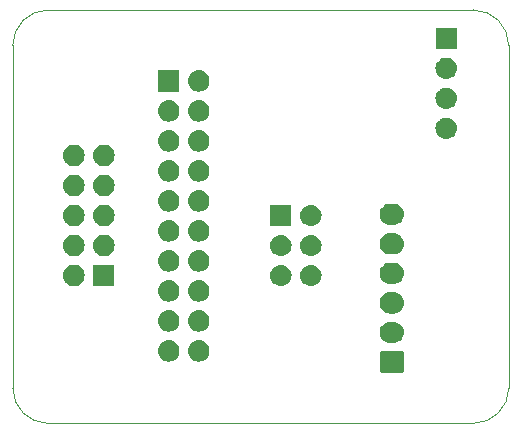
<source format=gbr>
G04 #@! TF.GenerationSoftware,KiCad,Pcbnew,5.1.4+dfsg1-1*
G04 #@! TF.CreationDate,2020-04-28T14:33:28+04:00*
G04 #@! TF.ProjectId,RailLink_Adapter,5261696c-4c69-46e6-9b5f-416461707465,rev?*
G04 #@! TF.SameCoordinates,Original*
G04 #@! TF.FileFunction,Soldermask,Bot*
G04 #@! TF.FilePolarity,Negative*
%FSLAX46Y46*%
G04 Gerber Fmt 4.6, Leading zero omitted, Abs format (unit mm)*
G04 Created by KiCad (PCBNEW 5.1.4+dfsg1-1) date 2020-04-28 14:33:28*
%MOMM*%
%LPD*%
G04 APERTURE LIST*
%ADD10C,0.050000*%
%ADD11C,0.100000*%
G04 APERTURE END LIST*
D10*
X110000000Y-58000000D02*
G75*
G02X113000000Y-55000000I3000000J0D01*
G01*
X113000000Y-90000000D02*
G75*
G02X110000000Y-87000000I0J3000000D01*
G01*
X152000000Y-87000000D02*
G75*
G02X149000000Y-90000000I-3000000J0D01*
G01*
X149000000Y-55000000D02*
G75*
G02X152000000Y-58000000I0J-3000000D01*
G01*
X110000000Y-87000000D02*
X110000000Y-58000000D01*
X149000000Y-90000000D02*
X113000000Y-90000000D01*
X152000000Y-58000000D02*
X152000000Y-87000000D01*
X113000000Y-55000000D02*
X149000000Y-55000000D01*
D11*
G36*
X142983600Y-83902989D02*
G01*
X143016652Y-83913015D01*
X143047103Y-83929292D01*
X143073799Y-83951201D01*
X143095708Y-83977897D01*
X143111985Y-84008348D01*
X143122011Y-84041400D01*
X143126000Y-84081903D01*
X143126000Y-85518097D01*
X143122011Y-85558600D01*
X143111985Y-85591652D01*
X143095708Y-85622103D01*
X143073799Y-85648799D01*
X143047103Y-85670708D01*
X143016652Y-85686985D01*
X142983600Y-85697011D01*
X142943097Y-85701000D01*
X141256903Y-85701000D01*
X141216400Y-85697011D01*
X141183348Y-85686985D01*
X141152897Y-85670708D01*
X141126201Y-85648799D01*
X141104292Y-85622103D01*
X141088015Y-85591652D01*
X141077989Y-85558600D01*
X141074000Y-85518097D01*
X141074000Y-84081903D01*
X141077989Y-84041400D01*
X141088015Y-84008348D01*
X141104292Y-83977897D01*
X141126201Y-83951201D01*
X141152897Y-83929292D01*
X141183348Y-83913015D01*
X141216400Y-83902989D01*
X141256903Y-83899000D01*
X142943097Y-83899000D01*
X142983600Y-83902989D01*
X142983600Y-83902989D01*
G37*
G36*
X125919294Y-82958633D02*
G01*
X126091695Y-83010931D01*
X126250583Y-83095858D01*
X126389849Y-83210151D01*
X126504142Y-83349417D01*
X126589069Y-83508305D01*
X126641367Y-83680706D01*
X126659025Y-83860000D01*
X126641367Y-84039294D01*
X126589069Y-84211695D01*
X126504142Y-84370583D01*
X126389849Y-84509849D01*
X126250583Y-84624142D01*
X126091695Y-84709069D01*
X125919294Y-84761367D01*
X125784931Y-84774600D01*
X125695069Y-84774600D01*
X125560706Y-84761367D01*
X125388305Y-84709069D01*
X125229417Y-84624142D01*
X125090151Y-84509849D01*
X124975858Y-84370583D01*
X124890931Y-84211695D01*
X124838633Y-84039294D01*
X124820975Y-83860000D01*
X124838633Y-83680706D01*
X124890931Y-83508305D01*
X124975858Y-83349417D01*
X125090151Y-83210151D01*
X125229417Y-83095858D01*
X125388305Y-83010931D01*
X125560706Y-82958633D01*
X125695069Y-82945400D01*
X125784931Y-82945400D01*
X125919294Y-82958633D01*
X125919294Y-82958633D01*
G37*
G36*
X123379294Y-82958633D02*
G01*
X123551695Y-83010931D01*
X123710583Y-83095858D01*
X123849849Y-83210151D01*
X123964142Y-83349417D01*
X124049069Y-83508305D01*
X124101367Y-83680706D01*
X124119025Y-83860000D01*
X124101367Y-84039294D01*
X124049069Y-84211695D01*
X123964142Y-84370583D01*
X123849849Y-84509849D01*
X123710583Y-84624142D01*
X123551695Y-84709069D01*
X123379294Y-84761367D01*
X123244931Y-84774600D01*
X123155069Y-84774600D01*
X123020706Y-84761367D01*
X122848305Y-84709069D01*
X122689417Y-84624142D01*
X122550151Y-84509849D01*
X122435858Y-84370583D01*
X122350931Y-84211695D01*
X122298633Y-84039294D01*
X122280975Y-83860000D01*
X122298633Y-83680706D01*
X122350931Y-83508305D01*
X122435858Y-83349417D01*
X122550151Y-83210151D01*
X122689417Y-83095858D01*
X122848305Y-83010931D01*
X123020706Y-82958633D01*
X123155069Y-82945400D01*
X123244931Y-82945400D01*
X123379294Y-82958633D01*
X123379294Y-82958633D01*
G37*
G36*
X142335443Y-81405519D02*
G01*
X142401627Y-81412037D01*
X142571466Y-81463557D01*
X142727991Y-81547222D01*
X142763729Y-81576552D01*
X142865186Y-81659814D01*
X142948448Y-81761271D01*
X142977778Y-81797009D01*
X143061443Y-81953534D01*
X143112963Y-82123373D01*
X143130359Y-82300000D01*
X143112963Y-82476627D01*
X143061443Y-82646466D01*
X142977778Y-82802991D01*
X142948448Y-82838729D01*
X142865186Y-82940186D01*
X142778980Y-83010932D01*
X142727991Y-83052778D01*
X142571466Y-83136443D01*
X142401627Y-83187963D01*
X142335442Y-83194482D01*
X142269260Y-83201000D01*
X141930740Y-83201000D01*
X141864558Y-83194482D01*
X141798373Y-83187963D01*
X141628534Y-83136443D01*
X141472009Y-83052778D01*
X141421020Y-83010932D01*
X141334814Y-82940186D01*
X141251552Y-82838729D01*
X141222222Y-82802991D01*
X141138557Y-82646466D01*
X141087037Y-82476627D01*
X141069641Y-82300000D01*
X141087037Y-82123373D01*
X141138557Y-81953534D01*
X141222222Y-81797009D01*
X141251552Y-81761271D01*
X141334814Y-81659814D01*
X141436271Y-81576552D01*
X141472009Y-81547222D01*
X141628534Y-81463557D01*
X141798373Y-81412037D01*
X141864557Y-81405519D01*
X141930740Y-81399000D01*
X142269260Y-81399000D01*
X142335443Y-81405519D01*
X142335443Y-81405519D01*
G37*
G36*
X125919294Y-80418633D02*
G01*
X126091695Y-80470931D01*
X126250583Y-80555858D01*
X126389849Y-80670151D01*
X126504142Y-80809417D01*
X126589069Y-80968305D01*
X126641367Y-81140706D01*
X126659025Y-81320000D01*
X126641367Y-81499294D01*
X126589069Y-81671695D01*
X126504142Y-81830583D01*
X126389849Y-81969849D01*
X126250583Y-82084142D01*
X126091695Y-82169069D01*
X125919294Y-82221367D01*
X125784931Y-82234600D01*
X125695069Y-82234600D01*
X125560706Y-82221367D01*
X125388305Y-82169069D01*
X125229417Y-82084142D01*
X125090151Y-81969849D01*
X124975858Y-81830583D01*
X124890931Y-81671695D01*
X124838633Y-81499294D01*
X124820975Y-81320000D01*
X124838633Y-81140706D01*
X124890931Y-80968305D01*
X124975858Y-80809417D01*
X125090151Y-80670151D01*
X125229417Y-80555858D01*
X125388305Y-80470931D01*
X125560706Y-80418633D01*
X125695069Y-80405400D01*
X125784931Y-80405400D01*
X125919294Y-80418633D01*
X125919294Y-80418633D01*
G37*
G36*
X123379294Y-80418633D02*
G01*
X123551695Y-80470931D01*
X123710583Y-80555858D01*
X123849849Y-80670151D01*
X123964142Y-80809417D01*
X124049069Y-80968305D01*
X124101367Y-81140706D01*
X124119025Y-81320000D01*
X124101367Y-81499294D01*
X124049069Y-81671695D01*
X123964142Y-81830583D01*
X123849849Y-81969849D01*
X123710583Y-82084142D01*
X123551695Y-82169069D01*
X123379294Y-82221367D01*
X123244931Y-82234600D01*
X123155069Y-82234600D01*
X123020706Y-82221367D01*
X122848305Y-82169069D01*
X122689417Y-82084142D01*
X122550151Y-81969849D01*
X122435858Y-81830583D01*
X122350931Y-81671695D01*
X122298633Y-81499294D01*
X122280975Y-81320000D01*
X122298633Y-81140706D01*
X122350931Y-80968305D01*
X122435858Y-80809417D01*
X122550151Y-80670151D01*
X122689417Y-80555858D01*
X122848305Y-80470931D01*
X123020706Y-80418633D01*
X123155069Y-80405400D01*
X123244931Y-80405400D01*
X123379294Y-80418633D01*
X123379294Y-80418633D01*
G37*
G36*
X142335443Y-78905519D02*
G01*
X142401627Y-78912037D01*
X142571466Y-78963557D01*
X142727991Y-79047222D01*
X142763729Y-79076552D01*
X142865186Y-79159814D01*
X142948448Y-79261271D01*
X142977778Y-79297009D01*
X143061443Y-79453534D01*
X143112963Y-79623373D01*
X143130359Y-79800000D01*
X143112963Y-79976627D01*
X143061443Y-80146466D01*
X142977778Y-80302991D01*
X142948448Y-80338729D01*
X142865186Y-80440186D01*
X142763729Y-80523448D01*
X142727991Y-80552778D01*
X142571466Y-80636443D01*
X142401627Y-80687963D01*
X142335443Y-80694481D01*
X142269260Y-80701000D01*
X141930740Y-80701000D01*
X141864557Y-80694481D01*
X141798373Y-80687963D01*
X141628534Y-80636443D01*
X141472009Y-80552778D01*
X141436271Y-80523448D01*
X141334814Y-80440186D01*
X141251552Y-80338729D01*
X141222222Y-80302991D01*
X141138557Y-80146466D01*
X141087037Y-79976627D01*
X141069641Y-79800000D01*
X141087037Y-79623373D01*
X141138557Y-79453534D01*
X141222222Y-79297009D01*
X141251552Y-79261271D01*
X141334814Y-79159814D01*
X141436271Y-79076552D01*
X141472009Y-79047222D01*
X141628534Y-78963557D01*
X141798373Y-78912037D01*
X141864557Y-78905519D01*
X141930740Y-78899000D01*
X142269260Y-78899000D01*
X142335443Y-78905519D01*
X142335443Y-78905519D01*
G37*
G36*
X125919294Y-77878633D02*
G01*
X126091695Y-77930931D01*
X126250583Y-78015858D01*
X126389849Y-78130151D01*
X126504142Y-78269417D01*
X126589069Y-78428305D01*
X126641367Y-78600706D01*
X126659025Y-78780000D01*
X126641367Y-78959294D01*
X126589069Y-79131695D01*
X126504142Y-79290583D01*
X126389849Y-79429849D01*
X126250583Y-79544142D01*
X126091695Y-79629069D01*
X125919294Y-79681367D01*
X125784931Y-79694600D01*
X125695069Y-79694600D01*
X125560706Y-79681367D01*
X125388305Y-79629069D01*
X125229417Y-79544142D01*
X125090151Y-79429849D01*
X124975858Y-79290583D01*
X124890931Y-79131695D01*
X124838633Y-78959294D01*
X124820975Y-78780000D01*
X124838633Y-78600706D01*
X124890931Y-78428305D01*
X124975858Y-78269417D01*
X125090151Y-78130151D01*
X125229417Y-78015858D01*
X125388305Y-77930931D01*
X125560706Y-77878633D01*
X125695069Y-77865400D01*
X125784931Y-77865400D01*
X125919294Y-77878633D01*
X125919294Y-77878633D01*
G37*
G36*
X123379294Y-77878633D02*
G01*
X123551695Y-77930931D01*
X123710583Y-78015858D01*
X123849849Y-78130151D01*
X123964142Y-78269417D01*
X124049069Y-78428305D01*
X124101367Y-78600706D01*
X124119025Y-78780000D01*
X124101367Y-78959294D01*
X124049069Y-79131695D01*
X123964142Y-79290583D01*
X123849849Y-79429849D01*
X123710583Y-79544142D01*
X123551695Y-79629069D01*
X123379294Y-79681367D01*
X123244931Y-79694600D01*
X123155069Y-79694600D01*
X123020706Y-79681367D01*
X122848305Y-79629069D01*
X122689417Y-79544142D01*
X122550151Y-79429849D01*
X122435858Y-79290583D01*
X122350931Y-79131695D01*
X122298633Y-78959294D01*
X122280975Y-78780000D01*
X122298633Y-78600706D01*
X122350931Y-78428305D01*
X122435858Y-78269417D01*
X122550151Y-78130151D01*
X122689417Y-78015858D01*
X122848305Y-77930931D01*
X123020706Y-77878633D01*
X123155069Y-77865400D01*
X123244931Y-77865400D01*
X123379294Y-77878633D01*
X123379294Y-77878633D01*
G37*
G36*
X115339294Y-76578633D02*
G01*
X115511695Y-76630931D01*
X115670583Y-76715858D01*
X115809849Y-76830151D01*
X115924142Y-76969417D01*
X116009069Y-77128305D01*
X116061367Y-77300706D01*
X116079025Y-77480000D01*
X116061367Y-77659294D01*
X116009069Y-77831695D01*
X115924142Y-77990583D01*
X115809849Y-78129849D01*
X115670583Y-78244142D01*
X115511695Y-78329069D01*
X115339294Y-78381367D01*
X115204931Y-78394600D01*
X115115069Y-78394600D01*
X114980706Y-78381367D01*
X114808305Y-78329069D01*
X114649417Y-78244142D01*
X114510151Y-78129849D01*
X114395858Y-77990583D01*
X114310931Y-77831695D01*
X114258633Y-77659294D01*
X114240975Y-77480000D01*
X114258633Y-77300706D01*
X114310931Y-77128305D01*
X114395858Y-76969417D01*
X114510151Y-76830151D01*
X114649417Y-76715858D01*
X114808305Y-76630931D01*
X114980706Y-76578633D01*
X115115069Y-76565400D01*
X115204931Y-76565400D01*
X115339294Y-76578633D01*
X115339294Y-76578633D01*
G37*
G36*
X118614600Y-78394600D02*
G01*
X116785400Y-78394600D01*
X116785400Y-76565400D01*
X118614600Y-76565400D01*
X118614600Y-78394600D01*
X118614600Y-78394600D01*
G37*
G36*
X135350443Y-76585519D02*
G01*
X135416627Y-76592037D01*
X135586466Y-76643557D01*
X135586468Y-76643558D01*
X135616882Y-76659815D01*
X135742991Y-76727222D01*
X135771456Y-76750583D01*
X135880186Y-76839814D01*
X135963448Y-76941271D01*
X135992778Y-76977009D01*
X135992779Y-76977011D01*
X136073648Y-77128304D01*
X136076443Y-77133534D01*
X136127963Y-77303373D01*
X136145359Y-77480000D01*
X136127963Y-77656627D01*
X136083564Y-77802991D01*
X136076442Y-77826468D01*
X136055632Y-77865400D01*
X135992778Y-77982991D01*
X135986547Y-77990583D01*
X135880186Y-78120186D01*
X135797598Y-78187963D01*
X135742991Y-78232778D01*
X135586466Y-78316443D01*
X135416627Y-78367963D01*
X135350442Y-78374482D01*
X135284260Y-78381000D01*
X135195740Y-78381000D01*
X135129558Y-78374482D01*
X135063373Y-78367963D01*
X134893534Y-78316443D01*
X134737009Y-78232778D01*
X134682402Y-78187963D01*
X134599814Y-78120186D01*
X134493453Y-77990583D01*
X134487222Y-77982991D01*
X134424368Y-77865400D01*
X134403558Y-77826468D01*
X134396436Y-77802991D01*
X134352037Y-77656627D01*
X134334641Y-77480000D01*
X134352037Y-77303373D01*
X134403557Y-77133534D01*
X134406353Y-77128304D01*
X134487221Y-76977011D01*
X134487222Y-76977009D01*
X134516552Y-76941271D01*
X134599814Y-76839814D01*
X134708544Y-76750583D01*
X134737009Y-76727222D01*
X134863118Y-76659815D01*
X134893532Y-76643558D01*
X134893534Y-76643557D01*
X135063373Y-76592037D01*
X135129557Y-76585519D01*
X135195740Y-76579000D01*
X135284260Y-76579000D01*
X135350443Y-76585519D01*
X135350443Y-76585519D01*
G37*
G36*
X132810443Y-76585519D02*
G01*
X132876627Y-76592037D01*
X133046466Y-76643557D01*
X133046468Y-76643558D01*
X133076882Y-76659815D01*
X133202991Y-76727222D01*
X133231456Y-76750583D01*
X133340186Y-76839814D01*
X133423448Y-76941271D01*
X133452778Y-76977009D01*
X133452779Y-76977011D01*
X133533648Y-77128304D01*
X133536443Y-77133534D01*
X133587963Y-77303373D01*
X133605359Y-77480000D01*
X133587963Y-77656627D01*
X133543564Y-77802991D01*
X133536442Y-77826468D01*
X133515632Y-77865400D01*
X133452778Y-77982991D01*
X133446547Y-77990583D01*
X133340186Y-78120186D01*
X133257598Y-78187963D01*
X133202991Y-78232778D01*
X133046466Y-78316443D01*
X132876627Y-78367963D01*
X132810442Y-78374482D01*
X132744260Y-78381000D01*
X132655740Y-78381000D01*
X132589558Y-78374482D01*
X132523373Y-78367963D01*
X132353534Y-78316443D01*
X132197009Y-78232778D01*
X132142402Y-78187963D01*
X132059814Y-78120186D01*
X131953453Y-77990583D01*
X131947222Y-77982991D01*
X131884368Y-77865400D01*
X131863558Y-77826468D01*
X131856436Y-77802991D01*
X131812037Y-77656627D01*
X131794641Y-77480000D01*
X131812037Y-77303373D01*
X131863557Y-77133534D01*
X131866353Y-77128304D01*
X131947221Y-76977011D01*
X131947222Y-76977009D01*
X131976552Y-76941271D01*
X132059814Y-76839814D01*
X132168544Y-76750583D01*
X132197009Y-76727222D01*
X132323118Y-76659815D01*
X132353532Y-76643558D01*
X132353534Y-76643557D01*
X132523373Y-76592037D01*
X132589557Y-76585519D01*
X132655740Y-76579000D01*
X132744260Y-76579000D01*
X132810443Y-76585519D01*
X132810443Y-76585519D01*
G37*
G36*
X142335443Y-76405519D02*
G01*
X142401627Y-76412037D01*
X142571466Y-76463557D01*
X142727991Y-76547222D01*
X142750141Y-76565400D01*
X142865186Y-76659814D01*
X142920505Y-76727222D01*
X142977778Y-76797009D01*
X143061443Y-76953534D01*
X143112963Y-77123373D01*
X143130359Y-77300000D01*
X143112963Y-77476627D01*
X143061443Y-77646466D01*
X142977778Y-77802991D01*
X142958512Y-77826466D01*
X142865186Y-77940186D01*
X142772978Y-78015858D01*
X142727991Y-78052778D01*
X142727989Y-78052779D01*
X142583238Y-78130151D01*
X142571466Y-78136443D01*
X142401627Y-78187963D01*
X142335442Y-78194482D01*
X142269260Y-78201000D01*
X141930740Y-78201000D01*
X141864558Y-78194482D01*
X141798373Y-78187963D01*
X141628534Y-78136443D01*
X141616763Y-78130151D01*
X141472011Y-78052779D01*
X141472009Y-78052778D01*
X141427022Y-78015858D01*
X141334814Y-77940186D01*
X141241488Y-77826466D01*
X141222222Y-77802991D01*
X141138557Y-77646466D01*
X141087037Y-77476627D01*
X141069641Y-77300000D01*
X141087037Y-77123373D01*
X141138557Y-76953534D01*
X141222222Y-76797009D01*
X141279495Y-76727222D01*
X141334814Y-76659814D01*
X141449859Y-76565400D01*
X141472009Y-76547222D01*
X141628534Y-76463557D01*
X141798373Y-76412037D01*
X141864557Y-76405519D01*
X141930740Y-76399000D01*
X142269260Y-76399000D01*
X142335443Y-76405519D01*
X142335443Y-76405519D01*
G37*
G36*
X125919294Y-75338633D02*
G01*
X126091695Y-75390931D01*
X126250583Y-75475858D01*
X126389849Y-75590151D01*
X126504142Y-75729417D01*
X126589069Y-75888305D01*
X126641367Y-76060706D01*
X126659025Y-76240000D01*
X126641367Y-76419294D01*
X126589069Y-76591695D01*
X126504142Y-76750583D01*
X126389849Y-76889849D01*
X126250583Y-77004142D01*
X126091695Y-77089069D01*
X125919294Y-77141367D01*
X125784931Y-77154600D01*
X125695069Y-77154600D01*
X125560706Y-77141367D01*
X125388305Y-77089069D01*
X125229417Y-77004142D01*
X125090151Y-76889849D01*
X124975858Y-76750583D01*
X124890931Y-76591695D01*
X124838633Y-76419294D01*
X124820975Y-76240000D01*
X124838633Y-76060706D01*
X124890931Y-75888305D01*
X124975858Y-75729417D01*
X125090151Y-75590151D01*
X125229417Y-75475858D01*
X125388305Y-75390931D01*
X125560706Y-75338633D01*
X125695069Y-75325400D01*
X125784931Y-75325400D01*
X125919294Y-75338633D01*
X125919294Y-75338633D01*
G37*
G36*
X123379294Y-75338633D02*
G01*
X123551695Y-75390931D01*
X123710583Y-75475858D01*
X123849849Y-75590151D01*
X123964142Y-75729417D01*
X124049069Y-75888305D01*
X124101367Y-76060706D01*
X124119025Y-76240000D01*
X124101367Y-76419294D01*
X124049069Y-76591695D01*
X123964142Y-76750583D01*
X123849849Y-76889849D01*
X123710583Y-77004142D01*
X123551695Y-77089069D01*
X123379294Y-77141367D01*
X123244931Y-77154600D01*
X123155069Y-77154600D01*
X123020706Y-77141367D01*
X122848305Y-77089069D01*
X122689417Y-77004142D01*
X122550151Y-76889849D01*
X122435858Y-76750583D01*
X122350931Y-76591695D01*
X122298633Y-76419294D01*
X122280975Y-76240000D01*
X122298633Y-76060706D01*
X122350931Y-75888305D01*
X122435858Y-75729417D01*
X122550151Y-75590151D01*
X122689417Y-75475858D01*
X122848305Y-75390931D01*
X123020706Y-75338633D01*
X123155069Y-75325400D01*
X123244931Y-75325400D01*
X123379294Y-75338633D01*
X123379294Y-75338633D01*
G37*
G36*
X115339294Y-74038633D02*
G01*
X115511695Y-74090931D01*
X115670583Y-74175858D01*
X115809849Y-74290151D01*
X115924142Y-74429417D01*
X116009069Y-74588305D01*
X116061367Y-74760706D01*
X116079025Y-74940000D01*
X116061367Y-75119294D01*
X116009069Y-75291695D01*
X115924142Y-75450583D01*
X115809849Y-75589849D01*
X115670583Y-75704142D01*
X115511695Y-75789069D01*
X115339294Y-75841367D01*
X115204931Y-75854600D01*
X115115069Y-75854600D01*
X114980706Y-75841367D01*
X114808305Y-75789069D01*
X114649417Y-75704142D01*
X114510151Y-75589849D01*
X114395858Y-75450583D01*
X114310931Y-75291695D01*
X114258633Y-75119294D01*
X114240975Y-74940000D01*
X114258633Y-74760706D01*
X114310931Y-74588305D01*
X114395858Y-74429417D01*
X114510151Y-74290151D01*
X114649417Y-74175858D01*
X114808305Y-74090931D01*
X114980706Y-74038633D01*
X115115069Y-74025400D01*
X115204931Y-74025400D01*
X115339294Y-74038633D01*
X115339294Y-74038633D01*
G37*
G36*
X117879294Y-74038633D02*
G01*
X118051695Y-74090931D01*
X118210583Y-74175858D01*
X118349849Y-74290151D01*
X118464142Y-74429417D01*
X118549069Y-74588305D01*
X118601367Y-74760706D01*
X118619025Y-74940000D01*
X118601367Y-75119294D01*
X118549069Y-75291695D01*
X118464142Y-75450583D01*
X118349849Y-75589849D01*
X118210583Y-75704142D01*
X118051695Y-75789069D01*
X117879294Y-75841367D01*
X117744931Y-75854600D01*
X117655069Y-75854600D01*
X117520706Y-75841367D01*
X117348305Y-75789069D01*
X117189417Y-75704142D01*
X117050151Y-75589849D01*
X116935858Y-75450583D01*
X116850931Y-75291695D01*
X116798633Y-75119294D01*
X116780975Y-74940000D01*
X116798633Y-74760706D01*
X116850931Y-74588305D01*
X116935858Y-74429417D01*
X117050151Y-74290151D01*
X117189417Y-74175858D01*
X117348305Y-74090931D01*
X117520706Y-74038633D01*
X117655069Y-74025400D01*
X117744931Y-74025400D01*
X117879294Y-74038633D01*
X117879294Y-74038633D01*
G37*
G36*
X132810442Y-74045518D02*
G01*
X132876627Y-74052037D01*
X133046466Y-74103557D01*
X133202991Y-74187222D01*
X133231456Y-74210583D01*
X133340186Y-74299814D01*
X133423448Y-74401271D01*
X133452778Y-74437009D01*
X133452779Y-74437011D01*
X133533648Y-74588304D01*
X133536443Y-74593534D01*
X133587963Y-74763373D01*
X133605359Y-74940000D01*
X133587963Y-75116627D01*
X133536443Y-75286466D01*
X133536442Y-75286468D01*
X133527611Y-75302989D01*
X133452778Y-75442991D01*
X133446547Y-75450583D01*
X133340186Y-75580186D01*
X133238729Y-75663448D01*
X133202991Y-75692778D01*
X133046466Y-75776443D01*
X132876627Y-75827963D01*
X132810443Y-75834481D01*
X132744260Y-75841000D01*
X132655740Y-75841000D01*
X132589557Y-75834481D01*
X132523373Y-75827963D01*
X132353534Y-75776443D01*
X132197009Y-75692778D01*
X132161271Y-75663448D01*
X132059814Y-75580186D01*
X131953453Y-75450583D01*
X131947222Y-75442991D01*
X131872389Y-75302989D01*
X131863558Y-75286468D01*
X131863557Y-75286466D01*
X131812037Y-75116627D01*
X131794641Y-74940000D01*
X131812037Y-74763373D01*
X131863557Y-74593534D01*
X131866353Y-74588304D01*
X131947221Y-74437011D01*
X131947222Y-74437009D01*
X131976552Y-74401271D01*
X132059814Y-74299814D01*
X132168544Y-74210583D01*
X132197009Y-74187222D01*
X132353534Y-74103557D01*
X132523373Y-74052037D01*
X132589558Y-74045518D01*
X132655740Y-74039000D01*
X132744260Y-74039000D01*
X132810442Y-74045518D01*
X132810442Y-74045518D01*
G37*
G36*
X135350442Y-74045518D02*
G01*
X135416627Y-74052037D01*
X135586466Y-74103557D01*
X135742991Y-74187222D01*
X135771456Y-74210583D01*
X135880186Y-74299814D01*
X135963448Y-74401271D01*
X135992778Y-74437009D01*
X135992779Y-74437011D01*
X136073648Y-74588304D01*
X136076443Y-74593534D01*
X136127963Y-74763373D01*
X136145359Y-74940000D01*
X136127963Y-75116627D01*
X136076443Y-75286466D01*
X136076442Y-75286468D01*
X136067611Y-75302989D01*
X135992778Y-75442991D01*
X135986547Y-75450583D01*
X135880186Y-75580186D01*
X135778729Y-75663448D01*
X135742991Y-75692778D01*
X135586466Y-75776443D01*
X135416627Y-75827963D01*
X135350443Y-75834481D01*
X135284260Y-75841000D01*
X135195740Y-75841000D01*
X135129557Y-75834481D01*
X135063373Y-75827963D01*
X134893534Y-75776443D01*
X134737009Y-75692778D01*
X134701271Y-75663448D01*
X134599814Y-75580186D01*
X134493453Y-75450583D01*
X134487222Y-75442991D01*
X134412389Y-75302989D01*
X134403558Y-75286468D01*
X134403557Y-75286466D01*
X134352037Y-75116627D01*
X134334641Y-74940000D01*
X134352037Y-74763373D01*
X134403557Y-74593534D01*
X134406353Y-74588304D01*
X134487221Y-74437011D01*
X134487222Y-74437009D01*
X134516552Y-74401271D01*
X134599814Y-74299814D01*
X134708544Y-74210583D01*
X134737009Y-74187222D01*
X134893534Y-74103557D01*
X135063373Y-74052037D01*
X135129558Y-74045518D01*
X135195740Y-74039000D01*
X135284260Y-74039000D01*
X135350442Y-74045518D01*
X135350442Y-74045518D01*
G37*
G36*
X142335443Y-73905519D02*
G01*
X142401627Y-73912037D01*
X142571466Y-73963557D01*
X142727991Y-74047222D01*
X142763729Y-74076552D01*
X142865186Y-74159814D01*
X142906850Y-74210583D01*
X142977778Y-74297009D01*
X143061443Y-74453534D01*
X143112963Y-74623373D01*
X143130359Y-74800000D01*
X143112963Y-74976627D01*
X143061443Y-75146466D01*
X142977778Y-75302991D01*
X142959387Y-75325400D01*
X142865186Y-75440186D01*
X142763729Y-75523448D01*
X142727991Y-75552778D01*
X142571466Y-75636443D01*
X142401627Y-75687963D01*
X142335442Y-75694482D01*
X142269260Y-75701000D01*
X141930740Y-75701000D01*
X141864558Y-75694482D01*
X141798373Y-75687963D01*
X141628534Y-75636443D01*
X141472009Y-75552778D01*
X141436271Y-75523448D01*
X141334814Y-75440186D01*
X141240613Y-75325400D01*
X141222222Y-75302991D01*
X141138557Y-75146466D01*
X141087037Y-74976627D01*
X141069641Y-74800000D01*
X141087037Y-74623373D01*
X141138557Y-74453534D01*
X141222222Y-74297009D01*
X141293150Y-74210583D01*
X141334814Y-74159814D01*
X141436271Y-74076552D01*
X141472009Y-74047222D01*
X141628534Y-73963557D01*
X141798373Y-73912037D01*
X141864557Y-73905519D01*
X141930740Y-73899000D01*
X142269260Y-73899000D01*
X142335443Y-73905519D01*
X142335443Y-73905519D01*
G37*
G36*
X125919294Y-72798633D02*
G01*
X126091695Y-72850931D01*
X126250583Y-72935858D01*
X126389849Y-73050151D01*
X126504142Y-73189417D01*
X126589069Y-73348305D01*
X126641367Y-73520706D01*
X126659025Y-73700000D01*
X126641367Y-73879294D01*
X126589069Y-74051695D01*
X126504142Y-74210583D01*
X126389849Y-74349849D01*
X126250583Y-74464142D01*
X126091695Y-74549069D01*
X125919294Y-74601367D01*
X125784931Y-74614600D01*
X125695069Y-74614600D01*
X125560706Y-74601367D01*
X125388305Y-74549069D01*
X125229417Y-74464142D01*
X125090151Y-74349849D01*
X124975858Y-74210583D01*
X124890931Y-74051695D01*
X124838633Y-73879294D01*
X124820975Y-73700000D01*
X124838633Y-73520706D01*
X124890931Y-73348305D01*
X124975858Y-73189417D01*
X125090151Y-73050151D01*
X125229417Y-72935858D01*
X125388305Y-72850931D01*
X125560706Y-72798633D01*
X125695069Y-72785400D01*
X125784931Y-72785400D01*
X125919294Y-72798633D01*
X125919294Y-72798633D01*
G37*
G36*
X123379294Y-72798633D02*
G01*
X123551695Y-72850931D01*
X123710583Y-72935858D01*
X123849849Y-73050151D01*
X123964142Y-73189417D01*
X124049069Y-73348305D01*
X124101367Y-73520706D01*
X124119025Y-73700000D01*
X124101367Y-73879294D01*
X124049069Y-74051695D01*
X123964142Y-74210583D01*
X123849849Y-74349849D01*
X123710583Y-74464142D01*
X123551695Y-74549069D01*
X123379294Y-74601367D01*
X123244931Y-74614600D01*
X123155069Y-74614600D01*
X123020706Y-74601367D01*
X122848305Y-74549069D01*
X122689417Y-74464142D01*
X122550151Y-74349849D01*
X122435858Y-74210583D01*
X122350931Y-74051695D01*
X122298633Y-73879294D01*
X122280975Y-73700000D01*
X122298633Y-73520706D01*
X122350931Y-73348305D01*
X122435858Y-73189417D01*
X122550151Y-73050151D01*
X122689417Y-72935858D01*
X122848305Y-72850931D01*
X123020706Y-72798633D01*
X123155069Y-72785400D01*
X123244931Y-72785400D01*
X123379294Y-72798633D01*
X123379294Y-72798633D01*
G37*
G36*
X117879294Y-71498633D02*
G01*
X118051695Y-71550931D01*
X118210583Y-71635858D01*
X118349849Y-71750151D01*
X118464142Y-71889417D01*
X118549069Y-72048305D01*
X118601367Y-72220706D01*
X118619025Y-72400000D01*
X118601367Y-72579294D01*
X118549069Y-72751695D01*
X118464142Y-72910583D01*
X118349849Y-73049849D01*
X118210583Y-73164142D01*
X118051695Y-73249069D01*
X117879294Y-73301367D01*
X117744931Y-73314600D01*
X117655069Y-73314600D01*
X117520706Y-73301367D01*
X117348305Y-73249069D01*
X117189417Y-73164142D01*
X117050151Y-73049849D01*
X116935858Y-72910583D01*
X116850931Y-72751695D01*
X116798633Y-72579294D01*
X116780975Y-72400000D01*
X116798633Y-72220706D01*
X116850931Y-72048305D01*
X116935858Y-71889417D01*
X117050151Y-71750151D01*
X117189417Y-71635858D01*
X117348305Y-71550931D01*
X117520706Y-71498633D01*
X117655069Y-71485400D01*
X117744931Y-71485400D01*
X117879294Y-71498633D01*
X117879294Y-71498633D01*
G37*
G36*
X115339294Y-71498633D02*
G01*
X115511695Y-71550931D01*
X115670583Y-71635858D01*
X115809849Y-71750151D01*
X115924142Y-71889417D01*
X116009069Y-72048305D01*
X116061367Y-72220706D01*
X116079025Y-72400000D01*
X116061367Y-72579294D01*
X116009069Y-72751695D01*
X115924142Y-72910583D01*
X115809849Y-73049849D01*
X115670583Y-73164142D01*
X115511695Y-73249069D01*
X115339294Y-73301367D01*
X115204931Y-73314600D01*
X115115069Y-73314600D01*
X114980706Y-73301367D01*
X114808305Y-73249069D01*
X114649417Y-73164142D01*
X114510151Y-73049849D01*
X114395858Y-72910583D01*
X114310931Y-72751695D01*
X114258633Y-72579294D01*
X114240975Y-72400000D01*
X114258633Y-72220706D01*
X114310931Y-72048305D01*
X114395858Y-71889417D01*
X114510151Y-71750151D01*
X114649417Y-71635858D01*
X114808305Y-71550931D01*
X114980706Y-71498633D01*
X115115069Y-71485400D01*
X115204931Y-71485400D01*
X115339294Y-71498633D01*
X115339294Y-71498633D01*
G37*
G36*
X135350442Y-71505518D02*
G01*
X135416627Y-71512037D01*
X135586466Y-71563557D01*
X135742991Y-71647222D01*
X135771456Y-71670583D01*
X135880186Y-71759814D01*
X135963448Y-71861271D01*
X135992778Y-71897009D01*
X135992779Y-71897011D01*
X136073648Y-72048304D01*
X136076443Y-72053534D01*
X136127963Y-72223373D01*
X136145359Y-72400000D01*
X136127963Y-72576627D01*
X136076443Y-72746466D01*
X136076442Y-72746468D01*
X136055632Y-72785400D01*
X135992778Y-72902991D01*
X135986547Y-72910583D01*
X135880186Y-73040186D01*
X135778729Y-73123448D01*
X135742991Y-73152778D01*
X135586466Y-73236443D01*
X135416627Y-73287963D01*
X135350442Y-73294482D01*
X135284260Y-73301000D01*
X135195740Y-73301000D01*
X135129558Y-73294482D01*
X135063373Y-73287963D01*
X134893534Y-73236443D01*
X134737009Y-73152778D01*
X134701271Y-73123448D01*
X134599814Y-73040186D01*
X134493453Y-72910583D01*
X134487222Y-72902991D01*
X134424368Y-72785400D01*
X134403558Y-72746468D01*
X134403557Y-72746466D01*
X134352037Y-72576627D01*
X134334641Y-72400000D01*
X134352037Y-72223373D01*
X134403557Y-72053534D01*
X134406353Y-72048304D01*
X134487221Y-71897011D01*
X134487222Y-71897009D01*
X134516552Y-71861271D01*
X134599814Y-71759814D01*
X134708544Y-71670583D01*
X134737009Y-71647222D01*
X134893534Y-71563557D01*
X135063373Y-71512037D01*
X135129558Y-71505518D01*
X135195740Y-71499000D01*
X135284260Y-71499000D01*
X135350442Y-71505518D01*
X135350442Y-71505518D01*
G37*
G36*
X133601000Y-73301000D02*
G01*
X131799000Y-73301000D01*
X131799000Y-71499000D01*
X133601000Y-71499000D01*
X133601000Y-73301000D01*
X133601000Y-73301000D01*
G37*
G36*
X142335442Y-71405518D02*
G01*
X142401627Y-71412037D01*
X142571466Y-71463557D01*
X142727991Y-71547222D01*
X142747895Y-71563557D01*
X142865186Y-71659814D01*
X142947253Y-71759814D01*
X142977778Y-71797009D01*
X143061443Y-71953534D01*
X143112963Y-72123373D01*
X143130359Y-72300000D01*
X143112963Y-72476627D01*
X143061443Y-72646466D01*
X142977778Y-72802991D01*
X142948448Y-72838729D01*
X142865186Y-72940186D01*
X142763729Y-73023448D01*
X142727991Y-73052778D01*
X142571466Y-73136443D01*
X142401627Y-73187963D01*
X142335442Y-73194482D01*
X142269260Y-73201000D01*
X141930740Y-73201000D01*
X141864558Y-73194482D01*
X141798373Y-73187963D01*
X141628534Y-73136443D01*
X141472009Y-73052778D01*
X141436271Y-73023448D01*
X141334814Y-72940186D01*
X141251552Y-72838729D01*
X141222222Y-72802991D01*
X141138557Y-72646466D01*
X141087037Y-72476627D01*
X141069641Y-72300000D01*
X141087037Y-72123373D01*
X141138557Y-71953534D01*
X141222222Y-71797009D01*
X141252747Y-71759814D01*
X141334814Y-71659814D01*
X141452105Y-71563557D01*
X141472009Y-71547222D01*
X141628534Y-71463557D01*
X141798373Y-71412037D01*
X141864558Y-71405518D01*
X141930740Y-71399000D01*
X142269260Y-71399000D01*
X142335442Y-71405518D01*
X142335442Y-71405518D01*
G37*
G36*
X125919294Y-70258633D02*
G01*
X126091695Y-70310931D01*
X126250583Y-70395858D01*
X126389849Y-70510151D01*
X126504142Y-70649417D01*
X126589069Y-70808305D01*
X126641367Y-70980706D01*
X126659025Y-71160000D01*
X126641367Y-71339294D01*
X126589069Y-71511695D01*
X126504142Y-71670583D01*
X126389849Y-71809849D01*
X126250583Y-71924142D01*
X126091695Y-72009069D01*
X125919294Y-72061367D01*
X125784931Y-72074600D01*
X125695069Y-72074600D01*
X125560706Y-72061367D01*
X125388305Y-72009069D01*
X125229417Y-71924142D01*
X125090151Y-71809849D01*
X124975858Y-71670583D01*
X124890931Y-71511695D01*
X124838633Y-71339294D01*
X124820975Y-71160000D01*
X124838633Y-70980706D01*
X124890931Y-70808305D01*
X124975858Y-70649417D01*
X125090151Y-70510151D01*
X125229417Y-70395858D01*
X125388305Y-70310931D01*
X125560706Y-70258633D01*
X125695069Y-70245400D01*
X125784931Y-70245400D01*
X125919294Y-70258633D01*
X125919294Y-70258633D01*
G37*
G36*
X123379294Y-70258633D02*
G01*
X123551695Y-70310931D01*
X123710583Y-70395858D01*
X123849849Y-70510151D01*
X123964142Y-70649417D01*
X124049069Y-70808305D01*
X124101367Y-70980706D01*
X124119025Y-71160000D01*
X124101367Y-71339294D01*
X124049069Y-71511695D01*
X123964142Y-71670583D01*
X123849849Y-71809849D01*
X123710583Y-71924142D01*
X123551695Y-72009069D01*
X123379294Y-72061367D01*
X123244931Y-72074600D01*
X123155069Y-72074600D01*
X123020706Y-72061367D01*
X122848305Y-72009069D01*
X122689417Y-71924142D01*
X122550151Y-71809849D01*
X122435858Y-71670583D01*
X122350931Y-71511695D01*
X122298633Y-71339294D01*
X122280975Y-71160000D01*
X122298633Y-70980706D01*
X122350931Y-70808305D01*
X122435858Y-70649417D01*
X122550151Y-70510151D01*
X122689417Y-70395858D01*
X122848305Y-70310931D01*
X123020706Y-70258633D01*
X123155069Y-70245400D01*
X123244931Y-70245400D01*
X123379294Y-70258633D01*
X123379294Y-70258633D01*
G37*
G36*
X115339294Y-68958633D02*
G01*
X115511695Y-69010931D01*
X115670583Y-69095858D01*
X115809849Y-69210151D01*
X115924142Y-69349417D01*
X116009069Y-69508305D01*
X116061367Y-69680706D01*
X116079025Y-69860000D01*
X116061367Y-70039294D01*
X116009069Y-70211695D01*
X115924142Y-70370583D01*
X115809849Y-70509849D01*
X115670583Y-70624142D01*
X115511695Y-70709069D01*
X115339294Y-70761367D01*
X115204931Y-70774600D01*
X115115069Y-70774600D01*
X114980706Y-70761367D01*
X114808305Y-70709069D01*
X114649417Y-70624142D01*
X114510151Y-70509849D01*
X114395858Y-70370583D01*
X114310931Y-70211695D01*
X114258633Y-70039294D01*
X114240975Y-69860000D01*
X114258633Y-69680706D01*
X114310931Y-69508305D01*
X114395858Y-69349417D01*
X114510151Y-69210151D01*
X114649417Y-69095858D01*
X114808305Y-69010931D01*
X114980706Y-68958633D01*
X115115069Y-68945400D01*
X115204931Y-68945400D01*
X115339294Y-68958633D01*
X115339294Y-68958633D01*
G37*
G36*
X117879294Y-68958633D02*
G01*
X118051695Y-69010931D01*
X118210583Y-69095858D01*
X118349849Y-69210151D01*
X118464142Y-69349417D01*
X118549069Y-69508305D01*
X118601367Y-69680706D01*
X118619025Y-69860000D01*
X118601367Y-70039294D01*
X118549069Y-70211695D01*
X118464142Y-70370583D01*
X118349849Y-70509849D01*
X118210583Y-70624142D01*
X118051695Y-70709069D01*
X117879294Y-70761367D01*
X117744931Y-70774600D01*
X117655069Y-70774600D01*
X117520706Y-70761367D01*
X117348305Y-70709069D01*
X117189417Y-70624142D01*
X117050151Y-70509849D01*
X116935858Y-70370583D01*
X116850931Y-70211695D01*
X116798633Y-70039294D01*
X116780975Y-69860000D01*
X116798633Y-69680706D01*
X116850931Y-69508305D01*
X116935858Y-69349417D01*
X117050151Y-69210151D01*
X117189417Y-69095858D01*
X117348305Y-69010931D01*
X117520706Y-68958633D01*
X117655069Y-68945400D01*
X117744931Y-68945400D01*
X117879294Y-68958633D01*
X117879294Y-68958633D01*
G37*
G36*
X125919294Y-67718633D02*
G01*
X126091695Y-67770931D01*
X126250583Y-67855858D01*
X126389849Y-67970151D01*
X126504142Y-68109417D01*
X126589069Y-68268305D01*
X126641367Y-68440706D01*
X126659025Y-68620000D01*
X126641367Y-68799294D01*
X126589069Y-68971695D01*
X126504142Y-69130583D01*
X126389849Y-69269849D01*
X126250583Y-69384142D01*
X126091695Y-69469069D01*
X125919294Y-69521367D01*
X125784931Y-69534600D01*
X125695069Y-69534600D01*
X125560706Y-69521367D01*
X125388305Y-69469069D01*
X125229417Y-69384142D01*
X125090151Y-69269849D01*
X124975858Y-69130583D01*
X124890931Y-68971695D01*
X124838633Y-68799294D01*
X124820975Y-68620000D01*
X124838633Y-68440706D01*
X124890931Y-68268305D01*
X124975858Y-68109417D01*
X125090151Y-67970151D01*
X125229417Y-67855858D01*
X125388305Y-67770931D01*
X125560706Y-67718633D01*
X125695069Y-67705400D01*
X125784931Y-67705400D01*
X125919294Y-67718633D01*
X125919294Y-67718633D01*
G37*
G36*
X123379294Y-67718633D02*
G01*
X123551695Y-67770931D01*
X123710583Y-67855858D01*
X123849849Y-67970151D01*
X123964142Y-68109417D01*
X124049069Y-68268305D01*
X124101367Y-68440706D01*
X124119025Y-68620000D01*
X124101367Y-68799294D01*
X124049069Y-68971695D01*
X123964142Y-69130583D01*
X123849849Y-69269849D01*
X123710583Y-69384142D01*
X123551695Y-69469069D01*
X123379294Y-69521367D01*
X123244931Y-69534600D01*
X123155069Y-69534600D01*
X123020706Y-69521367D01*
X122848305Y-69469069D01*
X122689417Y-69384142D01*
X122550151Y-69269849D01*
X122435858Y-69130583D01*
X122350931Y-68971695D01*
X122298633Y-68799294D01*
X122280975Y-68620000D01*
X122298633Y-68440706D01*
X122350931Y-68268305D01*
X122435858Y-68109417D01*
X122550151Y-67970151D01*
X122689417Y-67855858D01*
X122848305Y-67770931D01*
X123020706Y-67718633D01*
X123155069Y-67705400D01*
X123244931Y-67705400D01*
X123379294Y-67718633D01*
X123379294Y-67718633D01*
G37*
G36*
X117879294Y-66418633D02*
G01*
X118051695Y-66470931D01*
X118210583Y-66555858D01*
X118349849Y-66670151D01*
X118464142Y-66809417D01*
X118549069Y-66968305D01*
X118601367Y-67140706D01*
X118619025Y-67320000D01*
X118601367Y-67499294D01*
X118549069Y-67671695D01*
X118464142Y-67830583D01*
X118349849Y-67969849D01*
X118210583Y-68084142D01*
X118051695Y-68169069D01*
X117879294Y-68221367D01*
X117744931Y-68234600D01*
X117655069Y-68234600D01*
X117520706Y-68221367D01*
X117348305Y-68169069D01*
X117189417Y-68084142D01*
X117050151Y-67969849D01*
X116935858Y-67830583D01*
X116850931Y-67671695D01*
X116798633Y-67499294D01*
X116780975Y-67320000D01*
X116798633Y-67140706D01*
X116850931Y-66968305D01*
X116935858Y-66809417D01*
X117050151Y-66670151D01*
X117189417Y-66555858D01*
X117348305Y-66470931D01*
X117520706Y-66418633D01*
X117655069Y-66405400D01*
X117744931Y-66405400D01*
X117879294Y-66418633D01*
X117879294Y-66418633D01*
G37*
G36*
X115339294Y-66418633D02*
G01*
X115511695Y-66470931D01*
X115670583Y-66555858D01*
X115809849Y-66670151D01*
X115924142Y-66809417D01*
X116009069Y-66968305D01*
X116061367Y-67140706D01*
X116079025Y-67320000D01*
X116061367Y-67499294D01*
X116009069Y-67671695D01*
X115924142Y-67830583D01*
X115809849Y-67969849D01*
X115670583Y-68084142D01*
X115511695Y-68169069D01*
X115339294Y-68221367D01*
X115204931Y-68234600D01*
X115115069Y-68234600D01*
X114980706Y-68221367D01*
X114808305Y-68169069D01*
X114649417Y-68084142D01*
X114510151Y-67969849D01*
X114395858Y-67830583D01*
X114310931Y-67671695D01*
X114258633Y-67499294D01*
X114240975Y-67320000D01*
X114258633Y-67140706D01*
X114310931Y-66968305D01*
X114395858Y-66809417D01*
X114510151Y-66670151D01*
X114649417Y-66555858D01*
X114808305Y-66470931D01*
X114980706Y-66418633D01*
X115115069Y-66405400D01*
X115204931Y-66405400D01*
X115339294Y-66418633D01*
X115339294Y-66418633D01*
G37*
G36*
X125919294Y-65178633D02*
G01*
X126091695Y-65230931D01*
X126250583Y-65315858D01*
X126389849Y-65430151D01*
X126504142Y-65569417D01*
X126589069Y-65728305D01*
X126641367Y-65900706D01*
X126659025Y-66080000D01*
X126641367Y-66259294D01*
X126589069Y-66431695D01*
X126504142Y-66590583D01*
X126389849Y-66729849D01*
X126250583Y-66844142D01*
X126091695Y-66929069D01*
X125919294Y-66981367D01*
X125784931Y-66994600D01*
X125695069Y-66994600D01*
X125560706Y-66981367D01*
X125388305Y-66929069D01*
X125229417Y-66844142D01*
X125090151Y-66729849D01*
X124975858Y-66590583D01*
X124890931Y-66431695D01*
X124838633Y-66259294D01*
X124820975Y-66080000D01*
X124838633Y-65900706D01*
X124890931Y-65728305D01*
X124975858Y-65569417D01*
X125090151Y-65430151D01*
X125229417Y-65315858D01*
X125388305Y-65230931D01*
X125560706Y-65178633D01*
X125695069Y-65165400D01*
X125784931Y-65165400D01*
X125919294Y-65178633D01*
X125919294Y-65178633D01*
G37*
G36*
X123379294Y-65178633D02*
G01*
X123551695Y-65230931D01*
X123710583Y-65315858D01*
X123849849Y-65430151D01*
X123964142Y-65569417D01*
X124049069Y-65728305D01*
X124101367Y-65900706D01*
X124119025Y-66080000D01*
X124101367Y-66259294D01*
X124049069Y-66431695D01*
X123964142Y-66590583D01*
X123849849Y-66729849D01*
X123710583Y-66844142D01*
X123551695Y-66929069D01*
X123379294Y-66981367D01*
X123244931Y-66994600D01*
X123155069Y-66994600D01*
X123020706Y-66981367D01*
X122848305Y-66929069D01*
X122689417Y-66844142D01*
X122550151Y-66729849D01*
X122435858Y-66590583D01*
X122350931Y-66431695D01*
X122298633Y-66259294D01*
X122280975Y-66080000D01*
X122298633Y-65900706D01*
X122350931Y-65728305D01*
X122435858Y-65569417D01*
X122550151Y-65430151D01*
X122689417Y-65315858D01*
X122848305Y-65230931D01*
X123020706Y-65178633D01*
X123155069Y-65165400D01*
X123244931Y-65165400D01*
X123379294Y-65178633D01*
X123379294Y-65178633D01*
G37*
G36*
X146810443Y-64125519D02*
G01*
X146876627Y-64132037D01*
X147046466Y-64183557D01*
X147046468Y-64183558D01*
X147124729Y-64225390D01*
X147202991Y-64267222D01*
X147238729Y-64296552D01*
X147340186Y-64379814D01*
X147390700Y-64441367D01*
X147452778Y-64517009D01*
X147536443Y-64673534D01*
X147587963Y-64843373D01*
X147605359Y-65020000D01*
X147587963Y-65196627D01*
X147536443Y-65366466D01*
X147452778Y-65522991D01*
X147423448Y-65558729D01*
X147340186Y-65660186D01*
X147238729Y-65743448D01*
X147202991Y-65772778D01*
X147046466Y-65856443D01*
X146876627Y-65907963D01*
X146810443Y-65914481D01*
X146744260Y-65921000D01*
X146655740Y-65921000D01*
X146589557Y-65914481D01*
X146523373Y-65907963D01*
X146353534Y-65856443D01*
X146197009Y-65772778D01*
X146161271Y-65743448D01*
X146059814Y-65660186D01*
X145976552Y-65558729D01*
X145947222Y-65522991D01*
X145863557Y-65366466D01*
X145812037Y-65196627D01*
X145794641Y-65020000D01*
X145812037Y-64843373D01*
X145863557Y-64673534D01*
X145947222Y-64517009D01*
X146009300Y-64441367D01*
X146059814Y-64379814D01*
X146161271Y-64296552D01*
X146197009Y-64267222D01*
X146275271Y-64225390D01*
X146353532Y-64183558D01*
X146353534Y-64183557D01*
X146523373Y-64132037D01*
X146589557Y-64125519D01*
X146655740Y-64119000D01*
X146744260Y-64119000D01*
X146810443Y-64125519D01*
X146810443Y-64125519D01*
G37*
G36*
X125919294Y-62638633D02*
G01*
X126091695Y-62690931D01*
X126250583Y-62775858D01*
X126389849Y-62890151D01*
X126504142Y-63029417D01*
X126589069Y-63188305D01*
X126641367Y-63360706D01*
X126659025Y-63540000D01*
X126641367Y-63719294D01*
X126589069Y-63891695D01*
X126504142Y-64050583D01*
X126389849Y-64189849D01*
X126250583Y-64304142D01*
X126091695Y-64389069D01*
X125919294Y-64441367D01*
X125784931Y-64454600D01*
X125695069Y-64454600D01*
X125560706Y-64441367D01*
X125388305Y-64389069D01*
X125229417Y-64304142D01*
X125090151Y-64189849D01*
X124975858Y-64050583D01*
X124890931Y-63891695D01*
X124838633Y-63719294D01*
X124820975Y-63540000D01*
X124838633Y-63360706D01*
X124890931Y-63188305D01*
X124975858Y-63029417D01*
X125090151Y-62890151D01*
X125229417Y-62775858D01*
X125388305Y-62690931D01*
X125560706Y-62638633D01*
X125695069Y-62625400D01*
X125784931Y-62625400D01*
X125919294Y-62638633D01*
X125919294Y-62638633D01*
G37*
G36*
X123379294Y-62638633D02*
G01*
X123551695Y-62690931D01*
X123710583Y-62775858D01*
X123849849Y-62890151D01*
X123964142Y-63029417D01*
X124049069Y-63188305D01*
X124101367Y-63360706D01*
X124119025Y-63540000D01*
X124101367Y-63719294D01*
X124049069Y-63891695D01*
X123964142Y-64050583D01*
X123849849Y-64189849D01*
X123710583Y-64304142D01*
X123551695Y-64389069D01*
X123379294Y-64441367D01*
X123244931Y-64454600D01*
X123155069Y-64454600D01*
X123020706Y-64441367D01*
X122848305Y-64389069D01*
X122689417Y-64304142D01*
X122550151Y-64189849D01*
X122435858Y-64050583D01*
X122350931Y-63891695D01*
X122298633Y-63719294D01*
X122280975Y-63540000D01*
X122298633Y-63360706D01*
X122350931Y-63188305D01*
X122435858Y-63029417D01*
X122550151Y-62890151D01*
X122689417Y-62775858D01*
X122848305Y-62690931D01*
X123020706Y-62638633D01*
X123155069Y-62625400D01*
X123244931Y-62625400D01*
X123379294Y-62638633D01*
X123379294Y-62638633D01*
G37*
G36*
X146810442Y-61585518D02*
G01*
X146876627Y-61592037D01*
X147046466Y-61643557D01*
X147046468Y-61643558D01*
X147124729Y-61685390D01*
X147202991Y-61727222D01*
X147238729Y-61756552D01*
X147340186Y-61839814D01*
X147390700Y-61901367D01*
X147452778Y-61977009D01*
X147536443Y-62133534D01*
X147587963Y-62303373D01*
X147605359Y-62480000D01*
X147587963Y-62656627D01*
X147536443Y-62826466D01*
X147452778Y-62982991D01*
X147423448Y-63018729D01*
X147340186Y-63120186D01*
X147238729Y-63203448D01*
X147202991Y-63232778D01*
X147046466Y-63316443D01*
X146876627Y-63367963D01*
X146810442Y-63374482D01*
X146744260Y-63381000D01*
X146655740Y-63381000D01*
X146589558Y-63374482D01*
X146523373Y-63367963D01*
X146353534Y-63316443D01*
X146197009Y-63232778D01*
X146161271Y-63203448D01*
X146059814Y-63120186D01*
X145976552Y-63018729D01*
X145947222Y-62982991D01*
X145863557Y-62826466D01*
X145812037Y-62656627D01*
X145794641Y-62480000D01*
X145812037Y-62303373D01*
X145863557Y-62133534D01*
X145947222Y-61977009D01*
X146009300Y-61901367D01*
X146059814Y-61839814D01*
X146161271Y-61756552D01*
X146197009Y-61727222D01*
X146275271Y-61685390D01*
X146353532Y-61643558D01*
X146353534Y-61643557D01*
X146523373Y-61592037D01*
X146589558Y-61585518D01*
X146655740Y-61579000D01*
X146744260Y-61579000D01*
X146810442Y-61585518D01*
X146810442Y-61585518D01*
G37*
G36*
X124114600Y-61914600D02*
G01*
X122285400Y-61914600D01*
X122285400Y-60085400D01*
X124114600Y-60085400D01*
X124114600Y-61914600D01*
X124114600Y-61914600D01*
G37*
G36*
X125919294Y-60098633D02*
G01*
X126091695Y-60150931D01*
X126250583Y-60235858D01*
X126389849Y-60350151D01*
X126504142Y-60489417D01*
X126589069Y-60648305D01*
X126641367Y-60820706D01*
X126659025Y-61000000D01*
X126641367Y-61179294D01*
X126589069Y-61351695D01*
X126504142Y-61510583D01*
X126389849Y-61649849D01*
X126250583Y-61764142D01*
X126091695Y-61849069D01*
X125919294Y-61901367D01*
X125784931Y-61914600D01*
X125695069Y-61914600D01*
X125560706Y-61901367D01*
X125388305Y-61849069D01*
X125229417Y-61764142D01*
X125090151Y-61649849D01*
X124975858Y-61510583D01*
X124890931Y-61351695D01*
X124838633Y-61179294D01*
X124820975Y-61000000D01*
X124838633Y-60820706D01*
X124890931Y-60648305D01*
X124975858Y-60489417D01*
X125090151Y-60350151D01*
X125229417Y-60235858D01*
X125388305Y-60150931D01*
X125560706Y-60098633D01*
X125695069Y-60085400D01*
X125784931Y-60085400D01*
X125919294Y-60098633D01*
X125919294Y-60098633D01*
G37*
G36*
X146810443Y-59045519D02*
G01*
X146876627Y-59052037D01*
X147046466Y-59103557D01*
X147202991Y-59187222D01*
X147238729Y-59216552D01*
X147340186Y-59299814D01*
X147423448Y-59401271D01*
X147452778Y-59437009D01*
X147536443Y-59593534D01*
X147587963Y-59763373D01*
X147605359Y-59940000D01*
X147587963Y-60116627D01*
X147536443Y-60286466D01*
X147452778Y-60442991D01*
X147423448Y-60478729D01*
X147340186Y-60580186D01*
X147238729Y-60663448D01*
X147202991Y-60692778D01*
X147046466Y-60776443D01*
X146876627Y-60827963D01*
X146810443Y-60834481D01*
X146744260Y-60841000D01*
X146655740Y-60841000D01*
X146589557Y-60834481D01*
X146523373Y-60827963D01*
X146353534Y-60776443D01*
X146197009Y-60692778D01*
X146161271Y-60663448D01*
X146059814Y-60580186D01*
X145976552Y-60478729D01*
X145947222Y-60442991D01*
X145863557Y-60286466D01*
X145812037Y-60116627D01*
X145794641Y-59940000D01*
X145812037Y-59763373D01*
X145863557Y-59593534D01*
X145947222Y-59437009D01*
X145976552Y-59401271D01*
X146059814Y-59299814D01*
X146161271Y-59216552D01*
X146197009Y-59187222D01*
X146353534Y-59103557D01*
X146523373Y-59052037D01*
X146589557Y-59045519D01*
X146655740Y-59039000D01*
X146744260Y-59039000D01*
X146810443Y-59045519D01*
X146810443Y-59045519D01*
G37*
G36*
X147601000Y-58301000D02*
G01*
X145799000Y-58301000D01*
X145799000Y-56499000D01*
X147601000Y-56499000D01*
X147601000Y-58301000D01*
X147601000Y-58301000D01*
G37*
M02*

</source>
